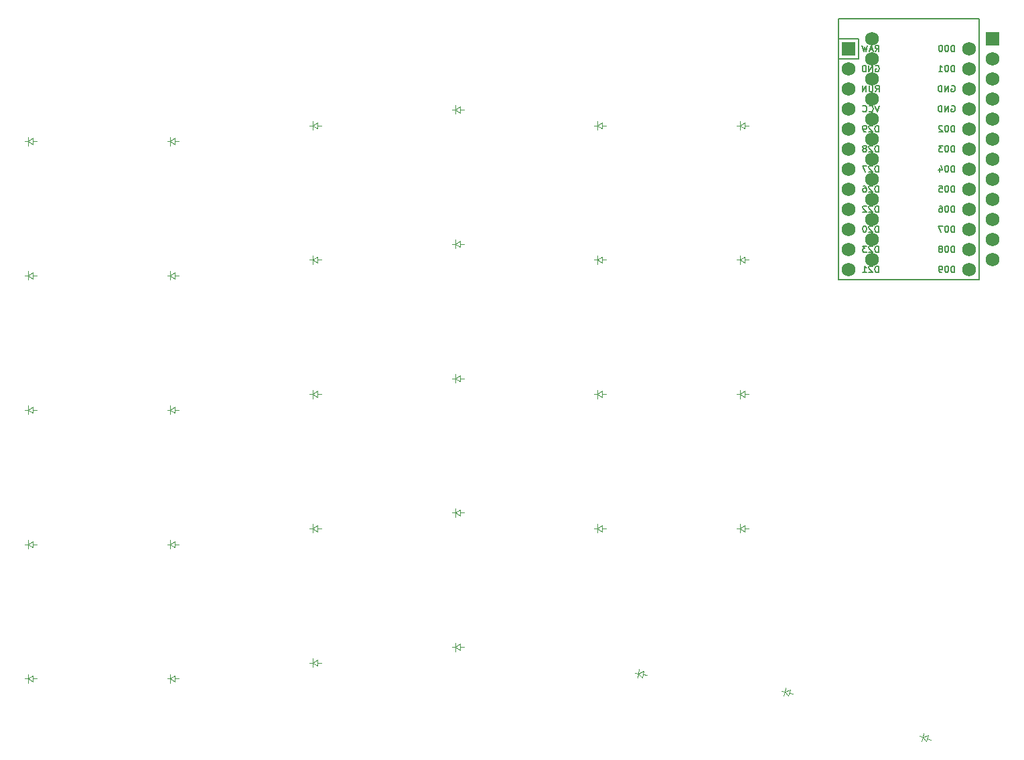
<source format=gbr>
%TF.GenerationSoftware,KiCad,Pcbnew,8.0.4*%
%TF.CreationDate,2024-10-05T17:03:56-04:00*%
%TF.ProjectId,mzizzi-split62,6d7a697a-7a69-42d7-9370-6c697436322e,v1.0.0*%
%TF.SameCoordinates,Original*%
%TF.FileFunction,Legend,Bot*%
%TF.FilePolarity,Positive*%
%FSLAX46Y46*%
G04 Gerber Fmt 4.6, Leading zero omitted, Abs format (unit mm)*
G04 Created by KiCad (PCBNEW 8.0.4) date 2024-10-05 17:03:56*
%MOMM*%
%LPD*%
G01*
G04 APERTURE LIST*
%ADD10C,0.150000*%
%ADD11C,0.100000*%
%ADD12R,1.752600X1.752600*%
%ADD13C,1.752600*%
G04 APERTURE END LIST*
D10*
X257171428Y-98502295D02*
X257171428Y-97702295D01*
X257171428Y-97702295D02*
X256980952Y-97702295D01*
X256980952Y-97702295D02*
X256866666Y-97740390D01*
X256866666Y-97740390D02*
X256790476Y-97816580D01*
X256790476Y-97816580D02*
X256752381Y-97892771D01*
X256752381Y-97892771D02*
X256714285Y-98045152D01*
X256714285Y-98045152D02*
X256714285Y-98159438D01*
X256714285Y-98159438D02*
X256752381Y-98311819D01*
X256752381Y-98311819D02*
X256790476Y-98388009D01*
X256790476Y-98388009D02*
X256866666Y-98464200D01*
X256866666Y-98464200D02*
X256980952Y-98502295D01*
X256980952Y-98502295D02*
X257171428Y-98502295D01*
X256409524Y-97778485D02*
X256371428Y-97740390D01*
X256371428Y-97740390D02*
X256295238Y-97702295D01*
X256295238Y-97702295D02*
X256104762Y-97702295D01*
X256104762Y-97702295D02*
X256028571Y-97740390D01*
X256028571Y-97740390D02*
X255990476Y-97778485D01*
X255990476Y-97778485D02*
X255952381Y-97854676D01*
X255952381Y-97854676D02*
X255952381Y-97930866D01*
X255952381Y-97930866D02*
X255990476Y-98045152D01*
X255990476Y-98045152D02*
X256447619Y-98502295D01*
X256447619Y-98502295D02*
X255952381Y-98502295D01*
X255457142Y-97702295D02*
X255380952Y-97702295D01*
X255380952Y-97702295D02*
X255304761Y-97740390D01*
X255304761Y-97740390D02*
X255266666Y-97778485D01*
X255266666Y-97778485D02*
X255228571Y-97854676D01*
X255228571Y-97854676D02*
X255190476Y-98007057D01*
X255190476Y-98007057D02*
X255190476Y-98197533D01*
X255190476Y-98197533D02*
X255228571Y-98349914D01*
X255228571Y-98349914D02*
X255266666Y-98426104D01*
X255266666Y-98426104D02*
X255304761Y-98464200D01*
X255304761Y-98464200D02*
X255380952Y-98502295D01*
X255380952Y-98502295D02*
X255457142Y-98502295D01*
X255457142Y-98502295D02*
X255533333Y-98464200D01*
X255533333Y-98464200D02*
X255571428Y-98426104D01*
X255571428Y-98426104D02*
X255609523Y-98349914D01*
X255609523Y-98349914D02*
X255647619Y-98197533D01*
X255647619Y-98197533D02*
X255647619Y-98007057D01*
X255647619Y-98007057D02*
X255609523Y-97854676D01*
X255609523Y-97854676D02*
X255571428Y-97778485D01*
X255571428Y-97778485D02*
X255533333Y-97740390D01*
X255533333Y-97740390D02*
X255457142Y-97702295D01*
X257171428Y-88342295D02*
X257171428Y-87542295D01*
X257171428Y-87542295D02*
X256980952Y-87542295D01*
X256980952Y-87542295D02*
X256866666Y-87580390D01*
X256866666Y-87580390D02*
X256790476Y-87656580D01*
X256790476Y-87656580D02*
X256752381Y-87732771D01*
X256752381Y-87732771D02*
X256714285Y-87885152D01*
X256714285Y-87885152D02*
X256714285Y-87999438D01*
X256714285Y-87999438D02*
X256752381Y-88151819D01*
X256752381Y-88151819D02*
X256790476Y-88228009D01*
X256790476Y-88228009D02*
X256866666Y-88304200D01*
X256866666Y-88304200D02*
X256980952Y-88342295D01*
X256980952Y-88342295D02*
X257171428Y-88342295D01*
X256409524Y-87618485D02*
X256371428Y-87580390D01*
X256371428Y-87580390D02*
X256295238Y-87542295D01*
X256295238Y-87542295D02*
X256104762Y-87542295D01*
X256104762Y-87542295D02*
X256028571Y-87580390D01*
X256028571Y-87580390D02*
X255990476Y-87618485D01*
X255990476Y-87618485D02*
X255952381Y-87694676D01*
X255952381Y-87694676D02*
X255952381Y-87770866D01*
X255952381Y-87770866D02*
X255990476Y-87885152D01*
X255990476Y-87885152D02*
X256447619Y-88342295D01*
X256447619Y-88342295D02*
X255952381Y-88342295D01*
X255495238Y-87885152D02*
X255571428Y-87847057D01*
X255571428Y-87847057D02*
X255609523Y-87808961D01*
X255609523Y-87808961D02*
X255647619Y-87732771D01*
X255647619Y-87732771D02*
X255647619Y-87694676D01*
X255647619Y-87694676D02*
X255609523Y-87618485D01*
X255609523Y-87618485D02*
X255571428Y-87580390D01*
X255571428Y-87580390D02*
X255495238Y-87542295D01*
X255495238Y-87542295D02*
X255342857Y-87542295D01*
X255342857Y-87542295D02*
X255266666Y-87580390D01*
X255266666Y-87580390D02*
X255228571Y-87618485D01*
X255228571Y-87618485D02*
X255190476Y-87694676D01*
X255190476Y-87694676D02*
X255190476Y-87732771D01*
X255190476Y-87732771D02*
X255228571Y-87808961D01*
X255228571Y-87808961D02*
X255266666Y-87847057D01*
X255266666Y-87847057D02*
X255342857Y-87885152D01*
X255342857Y-87885152D02*
X255495238Y-87885152D01*
X255495238Y-87885152D02*
X255571428Y-87923247D01*
X255571428Y-87923247D02*
X255609523Y-87961342D01*
X255609523Y-87961342D02*
X255647619Y-88037533D01*
X255647619Y-88037533D02*
X255647619Y-88189914D01*
X255647619Y-88189914D02*
X255609523Y-88266104D01*
X255609523Y-88266104D02*
X255571428Y-88304200D01*
X255571428Y-88304200D02*
X255495238Y-88342295D01*
X255495238Y-88342295D02*
X255342857Y-88342295D01*
X255342857Y-88342295D02*
X255266666Y-88304200D01*
X255266666Y-88304200D02*
X255228571Y-88266104D01*
X255228571Y-88266104D02*
X255190476Y-88189914D01*
X255190476Y-88189914D02*
X255190476Y-88037533D01*
X255190476Y-88037533D02*
X255228571Y-87961342D01*
X255228571Y-87961342D02*
X255266666Y-87923247D01*
X255266666Y-87923247D02*
X255342857Y-87885152D01*
X266771428Y-93422295D02*
X266771428Y-92622295D01*
X266771428Y-92622295D02*
X266580952Y-92622295D01*
X266580952Y-92622295D02*
X266466666Y-92660390D01*
X266466666Y-92660390D02*
X266390476Y-92736580D01*
X266390476Y-92736580D02*
X266352381Y-92812771D01*
X266352381Y-92812771D02*
X266314285Y-92965152D01*
X266314285Y-92965152D02*
X266314285Y-93079438D01*
X266314285Y-93079438D02*
X266352381Y-93231819D01*
X266352381Y-93231819D02*
X266390476Y-93308009D01*
X266390476Y-93308009D02*
X266466666Y-93384200D01*
X266466666Y-93384200D02*
X266580952Y-93422295D01*
X266580952Y-93422295D02*
X266771428Y-93422295D01*
X265819047Y-92622295D02*
X265742857Y-92622295D01*
X265742857Y-92622295D02*
X265666666Y-92660390D01*
X265666666Y-92660390D02*
X265628571Y-92698485D01*
X265628571Y-92698485D02*
X265590476Y-92774676D01*
X265590476Y-92774676D02*
X265552381Y-92927057D01*
X265552381Y-92927057D02*
X265552381Y-93117533D01*
X265552381Y-93117533D02*
X265590476Y-93269914D01*
X265590476Y-93269914D02*
X265628571Y-93346104D01*
X265628571Y-93346104D02*
X265666666Y-93384200D01*
X265666666Y-93384200D02*
X265742857Y-93422295D01*
X265742857Y-93422295D02*
X265819047Y-93422295D01*
X265819047Y-93422295D02*
X265895238Y-93384200D01*
X265895238Y-93384200D02*
X265933333Y-93346104D01*
X265933333Y-93346104D02*
X265971428Y-93269914D01*
X265971428Y-93269914D02*
X266009524Y-93117533D01*
X266009524Y-93117533D02*
X266009524Y-92927057D01*
X266009524Y-92927057D02*
X265971428Y-92774676D01*
X265971428Y-92774676D02*
X265933333Y-92698485D01*
X265933333Y-92698485D02*
X265895238Y-92660390D01*
X265895238Y-92660390D02*
X265819047Y-92622295D01*
X264828571Y-92622295D02*
X265209523Y-92622295D01*
X265209523Y-92622295D02*
X265247619Y-93003247D01*
X265247619Y-93003247D02*
X265209523Y-92965152D01*
X265209523Y-92965152D02*
X265133333Y-92927057D01*
X265133333Y-92927057D02*
X264942857Y-92927057D01*
X264942857Y-92927057D02*
X264866666Y-92965152D01*
X264866666Y-92965152D02*
X264828571Y-93003247D01*
X264828571Y-93003247D02*
X264790476Y-93079438D01*
X264790476Y-93079438D02*
X264790476Y-93269914D01*
X264790476Y-93269914D02*
X264828571Y-93346104D01*
X264828571Y-93346104D02*
X264866666Y-93384200D01*
X264866666Y-93384200D02*
X264942857Y-93422295D01*
X264942857Y-93422295D02*
X265133333Y-93422295D01*
X265133333Y-93422295D02*
X265209523Y-93384200D01*
X265209523Y-93384200D02*
X265247619Y-93346104D01*
X257171428Y-101042295D02*
X257171428Y-100242295D01*
X257171428Y-100242295D02*
X256980952Y-100242295D01*
X256980952Y-100242295D02*
X256866666Y-100280390D01*
X256866666Y-100280390D02*
X256790476Y-100356580D01*
X256790476Y-100356580D02*
X256752381Y-100432771D01*
X256752381Y-100432771D02*
X256714285Y-100585152D01*
X256714285Y-100585152D02*
X256714285Y-100699438D01*
X256714285Y-100699438D02*
X256752381Y-100851819D01*
X256752381Y-100851819D02*
X256790476Y-100928009D01*
X256790476Y-100928009D02*
X256866666Y-101004200D01*
X256866666Y-101004200D02*
X256980952Y-101042295D01*
X256980952Y-101042295D02*
X257171428Y-101042295D01*
X256409524Y-100318485D02*
X256371428Y-100280390D01*
X256371428Y-100280390D02*
X256295238Y-100242295D01*
X256295238Y-100242295D02*
X256104762Y-100242295D01*
X256104762Y-100242295D02*
X256028571Y-100280390D01*
X256028571Y-100280390D02*
X255990476Y-100318485D01*
X255990476Y-100318485D02*
X255952381Y-100394676D01*
X255952381Y-100394676D02*
X255952381Y-100470866D01*
X255952381Y-100470866D02*
X255990476Y-100585152D01*
X255990476Y-100585152D02*
X256447619Y-101042295D01*
X256447619Y-101042295D02*
X255952381Y-101042295D01*
X255685714Y-100242295D02*
X255190476Y-100242295D01*
X255190476Y-100242295D02*
X255457142Y-100547057D01*
X255457142Y-100547057D02*
X255342857Y-100547057D01*
X255342857Y-100547057D02*
X255266666Y-100585152D01*
X255266666Y-100585152D02*
X255228571Y-100623247D01*
X255228571Y-100623247D02*
X255190476Y-100699438D01*
X255190476Y-100699438D02*
X255190476Y-100889914D01*
X255190476Y-100889914D02*
X255228571Y-100966104D01*
X255228571Y-100966104D02*
X255266666Y-101004200D01*
X255266666Y-101004200D02*
X255342857Y-101042295D01*
X255342857Y-101042295D02*
X255571428Y-101042295D01*
X255571428Y-101042295D02*
X255647619Y-101004200D01*
X255647619Y-101004200D02*
X255685714Y-100966104D01*
X257171428Y-95962295D02*
X257171428Y-95162295D01*
X257171428Y-95162295D02*
X256980952Y-95162295D01*
X256980952Y-95162295D02*
X256866666Y-95200390D01*
X256866666Y-95200390D02*
X256790476Y-95276580D01*
X256790476Y-95276580D02*
X256752381Y-95352771D01*
X256752381Y-95352771D02*
X256714285Y-95505152D01*
X256714285Y-95505152D02*
X256714285Y-95619438D01*
X256714285Y-95619438D02*
X256752381Y-95771819D01*
X256752381Y-95771819D02*
X256790476Y-95848009D01*
X256790476Y-95848009D02*
X256866666Y-95924200D01*
X256866666Y-95924200D02*
X256980952Y-95962295D01*
X256980952Y-95962295D02*
X257171428Y-95962295D01*
X256409524Y-95238485D02*
X256371428Y-95200390D01*
X256371428Y-95200390D02*
X256295238Y-95162295D01*
X256295238Y-95162295D02*
X256104762Y-95162295D01*
X256104762Y-95162295D02*
X256028571Y-95200390D01*
X256028571Y-95200390D02*
X255990476Y-95238485D01*
X255990476Y-95238485D02*
X255952381Y-95314676D01*
X255952381Y-95314676D02*
X255952381Y-95390866D01*
X255952381Y-95390866D02*
X255990476Y-95505152D01*
X255990476Y-95505152D02*
X256447619Y-95962295D01*
X256447619Y-95962295D02*
X255952381Y-95962295D01*
X255647619Y-95238485D02*
X255609523Y-95200390D01*
X255609523Y-95200390D02*
X255533333Y-95162295D01*
X255533333Y-95162295D02*
X255342857Y-95162295D01*
X255342857Y-95162295D02*
X255266666Y-95200390D01*
X255266666Y-95200390D02*
X255228571Y-95238485D01*
X255228571Y-95238485D02*
X255190476Y-95314676D01*
X255190476Y-95314676D02*
X255190476Y-95390866D01*
X255190476Y-95390866D02*
X255228571Y-95505152D01*
X255228571Y-95505152D02*
X255685714Y-95962295D01*
X255685714Y-95962295D02*
X255190476Y-95962295D01*
X256790475Y-80722295D02*
X257057142Y-80341342D01*
X257247618Y-80722295D02*
X257247618Y-79922295D01*
X257247618Y-79922295D02*
X256942856Y-79922295D01*
X256942856Y-79922295D02*
X256866666Y-79960390D01*
X256866666Y-79960390D02*
X256828571Y-79998485D01*
X256828571Y-79998485D02*
X256790475Y-80074676D01*
X256790475Y-80074676D02*
X256790475Y-80188961D01*
X256790475Y-80188961D02*
X256828571Y-80265152D01*
X256828571Y-80265152D02*
X256866666Y-80303247D01*
X256866666Y-80303247D02*
X256942856Y-80341342D01*
X256942856Y-80341342D02*
X257247618Y-80341342D01*
X256447618Y-79922295D02*
X256447618Y-80569914D01*
X256447618Y-80569914D02*
X256409523Y-80646104D01*
X256409523Y-80646104D02*
X256371428Y-80684200D01*
X256371428Y-80684200D02*
X256295237Y-80722295D01*
X256295237Y-80722295D02*
X256142856Y-80722295D01*
X256142856Y-80722295D02*
X256066666Y-80684200D01*
X256066666Y-80684200D02*
X256028571Y-80646104D01*
X256028571Y-80646104D02*
X255990475Y-80569914D01*
X255990475Y-80569914D02*
X255990475Y-79922295D01*
X255609523Y-80722295D02*
X255609523Y-79922295D01*
X255609523Y-79922295D02*
X255152380Y-80722295D01*
X255152380Y-80722295D02*
X255152380Y-79922295D01*
X266771428Y-75642295D02*
X266771428Y-74842295D01*
X266771428Y-74842295D02*
X266580952Y-74842295D01*
X266580952Y-74842295D02*
X266466666Y-74880390D01*
X266466666Y-74880390D02*
X266390476Y-74956580D01*
X266390476Y-74956580D02*
X266352381Y-75032771D01*
X266352381Y-75032771D02*
X266314285Y-75185152D01*
X266314285Y-75185152D02*
X266314285Y-75299438D01*
X266314285Y-75299438D02*
X266352381Y-75451819D01*
X266352381Y-75451819D02*
X266390476Y-75528009D01*
X266390476Y-75528009D02*
X266466666Y-75604200D01*
X266466666Y-75604200D02*
X266580952Y-75642295D01*
X266580952Y-75642295D02*
X266771428Y-75642295D01*
X265819047Y-74842295D02*
X265742857Y-74842295D01*
X265742857Y-74842295D02*
X265666666Y-74880390D01*
X265666666Y-74880390D02*
X265628571Y-74918485D01*
X265628571Y-74918485D02*
X265590476Y-74994676D01*
X265590476Y-74994676D02*
X265552381Y-75147057D01*
X265552381Y-75147057D02*
X265552381Y-75337533D01*
X265552381Y-75337533D02*
X265590476Y-75489914D01*
X265590476Y-75489914D02*
X265628571Y-75566104D01*
X265628571Y-75566104D02*
X265666666Y-75604200D01*
X265666666Y-75604200D02*
X265742857Y-75642295D01*
X265742857Y-75642295D02*
X265819047Y-75642295D01*
X265819047Y-75642295D02*
X265895238Y-75604200D01*
X265895238Y-75604200D02*
X265933333Y-75566104D01*
X265933333Y-75566104D02*
X265971428Y-75489914D01*
X265971428Y-75489914D02*
X266009524Y-75337533D01*
X266009524Y-75337533D02*
X266009524Y-75147057D01*
X266009524Y-75147057D02*
X265971428Y-74994676D01*
X265971428Y-74994676D02*
X265933333Y-74918485D01*
X265933333Y-74918485D02*
X265895238Y-74880390D01*
X265895238Y-74880390D02*
X265819047Y-74842295D01*
X265057142Y-74842295D02*
X264980952Y-74842295D01*
X264980952Y-74842295D02*
X264904761Y-74880390D01*
X264904761Y-74880390D02*
X264866666Y-74918485D01*
X264866666Y-74918485D02*
X264828571Y-74994676D01*
X264828571Y-74994676D02*
X264790476Y-75147057D01*
X264790476Y-75147057D02*
X264790476Y-75337533D01*
X264790476Y-75337533D02*
X264828571Y-75489914D01*
X264828571Y-75489914D02*
X264866666Y-75566104D01*
X264866666Y-75566104D02*
X264904761Y-75604200D01*
X264904761Y-75604200D02*
X264980952Y-75642295D01*
X264980952Y-75642295D02*
X265057142Y-75642295D01*
X265057142Y-75642295D02*
X265133333Y-75604200D01*
X265133333Y-75604200D02*
X265171428Y-75566104D01*
X265171428Y-75566104D02*
X265209523Y-75489914D01*
X265209523Y-75489914D02*
X265247619Y-75337533D01*
X265247619Y-75337533D02*
X265247619Y-75147057D01*
X265247619Y-75147057D02*
X265209523Y-74994676D01*
X265209523Y-74994676D02*
X265171428Y-74918485D01*
X265171428Y-74918485D02*
X265133333Y-74880390D01*
X265133333Y-74880390D02*
X265057142Y-74842295D01*
X266771428Y-101042295D02*
X266771428Y-100242295D01*
X266771428Y-100242295D02*
X266580952Y-100242295D01*
X266580952Y-100242295D02*
X266466666Y-100280390D01*
X266466666Y-100280390D02*
X266390476Y-100356580D01*
X266390476Y-100356580D02*
X266352381Y-100432771D01*
X266352381Y-100432771D02*
X266314285Y-100585152D01*
X266314285Y-100585152D02*
X266314285Y-100699438D01*
X266314285Y-100699438D02*
X266352381Y-100851819D01*
X266352381Y-100851819D02*
X266390476Y-100928009D01*
X266390476Y-100928009D02*
X266466666Y-101004200D01*
X266466666Y-101004200D02*
X266580952Y-101042295D01*
X266580952Y-101042295D02*
X266771428Y-101042295D01*
X265819047Y-100242295D02*
X265742857Y-100242295D01*
X265742857Y-100242295D02*
X265666666Y-100280390D01*
X265666666Y-100280390D02*
X265628571Y-100318485D01*
X265628571Y-100318485D02*
X265590476Y-100394676D01*
X265590476Y-100394676D02*
X265552381Y-100547057D01*
X265552381Y-100547057D02*
X265552381Y-100737533D01*
X265552381Y-100737533D02*
X265590476Y-100889914D01*
X265590476Y-100889914D02*
X265628571Y-100966104D01*
X265628571Y-100966104D02*
X265666666Y-101004200D01*
X265666666Y-101004200D02*
X265742857Y-101042295D01*
X265742857Y-101042295D02*
X265819047Y-101042295D01*
X265819047Y-101042295D02*
X265895238Y-101004200D01*
X265895238Y-101004200D02*
X265933333Y-100966104D01*
X265933333Y-100966104D02*
X265971428Y-100889914D01*
X265971428Y-100889914D02*
X266009524Y-100737533D01*
X266009524Y-100737533D02*
X266009524Y-100547057D01*
X266009524Y-100547057D02*
X265971428Y-100394676D01*
X265971428Y-100394676D02*
X265933333Y-100318485D01*
X265933333Y-100318485D02*
X265895238Y-100280390D01*
X265895238Y-100280390D02*
X265819047Y-100242295D01*
X265095238Y-100585152D02*
X265171428Y-100547057D01*
X265171428Y-100547057D02*
X265209523Y-100508961D01*
X265209523Y-100508961D02*
X265247619Y-100432771D01*
X265247619Y-100432771D02*
X265247619Y-100394676D01*
X265247619Y-100394676D02*
X265209523Y-100318485D01*
X265209523Y-100318485D02*
X265171428Y-100280390D01*
X265171428Y-100280390D02*
X265095238Y-100242295D01*
X265095238Y-100242295D02*
X264942857Y-100242295D01*
X264942857Y-100242295D02*
X264866666Y-100280390D01*
X264866666Y-100280390D02*
X264828571Y-100318485D01*
X264828571Y-100318485D02*
X264790476Y-100394676D01*
X264790476Y-100394676D02*
X264790476Y-100432771D01*
X264790476Y-100432771D02*
X264828571Y-100508961D01*
X264828571Y-100508961D02*
X264866666Y-100547057D01*
X264866666Y-100547057D02*
X264942857Y-100585152D01*
X264942857Y-100585152D02*
X265095238Y-100585152D01*
X265095238Y-100585152D02*
X265171428Y-100623247D01*
X265171428Y-100623247D02*
X265209523Y-100661342D01*
X265209523Y-100661342D02*
X265247619Y-100737533D01*
X265247619Y-100737533D02*
X265247619Y-100889914D01*
X265247619Y-100889914D02*
X265209523Y-100966104D01*
X265209523Y-100966104D02*
X265171428Y-101004200D01*
X265171428Y-101004200D02*
X265095238Y-101042295D01*
X265095238Y-101042295D02*
X264942857Y-101042295D01*
X264942857Y-101042295D02*
X264866666Y-101004200D01*
X264866666Y-101004200D02*
X264828571Y-100966104D01*
X264828571Y-100966104D02*
X264790476Y-100889914D01*
X264790476Y-100889914D02*
X264790476Y-100737533D01*
X264790476Y-100737533D02*
X264828571Y-100661342D01*
X264828571Y-100661342D02*
X264866666Y-100623247D01*
X264866666Y-100623247D02*
X264942857Y-100585152D01*
X266771428Y-95962295D02*
X266771428Y-95162295D01*
X266771428Y-95162295D02*
X266580952Y-95162295D01*
X266580952Y-95162295D02*
X266466666Y-95200390D01*
X266466666Y-95200390D02*
X266390476Y-95276580D01*
X266390476Y-95276580D02*
X266352381Y-95352771D01*
X266352381Y-95352771D02*
X266314285Y-95505152D01*
X266314285Y-95505152D02*
X266314285Y-95619438D01*
X266314285Y-95619438D02*
X266352381Y-95771819D01*
X266352381Y-95771819D02*
X266390476Y-95848009D01*
X266390476Y-95848009D02*
X266466666Y-95924200D01*
X266466666Y-95924200D02*
X266580952Y-95962295D01*
X266580952Y-95962295D02*
X266771428Y-95962295D01*
X265819047Y-95162295D02*
X265742857Y-95162295D01*
X265742857Y-95162295D02*
X265666666Y-95200390D01*
X265666666Y-95200390D02*
X265628571Y-95238485D01*
X265628571Y-95238485D02*
X265590476Y-95314676D01*
X265590476Y-95314676D02*
X265552381Y-95467057D01*
X265552381Y-95467057D02*
X265552381Y-95657533D01*
X265552381Y-95657533D02*
X265590476Y-95809914D01*
X265590476Y-95809914D02*
X265628571Y-95886104D01*
X265628571Y-95886104D02*
X265666666Y-95924200D01*
X265666666Y-95924200D02*
X265742857Y-95962295D01*
X265742857Y-95962295D02*
X265819047Y-95962295D01*
X265819047Y-95962295D02*
X265895238Y-95924200D01*
X265895238Y-95924200D02*
X265933333Y-95886104D01*
X265933333Y-95886104D02*
X265971428Y-95809914D01*
X265971428Y-95809914D02*
X266009524Y-95657533D01*
X266009524Y-95657533D02*
X266009524Y-95467057D01*
X266009524Y-95467057D02*
X265971428Y-95314676D01*
X265971428Y-95314676D02*
X265933333Y-95238485D01*
X265933333Y-95238485D02*
X265895238Y-95200390D01*
X265895238Y-95200390D02*
X265819047Y-95162295D01*
X264866666Y-95162295D02*
X265019047Y-95162295D01*
X265019047Y-95162295D02*
X265095238Y-95200390D01*
X265095238Y-95200390D02*
X265133333Y-95238485D01*
X265133333Y-95238485D02*
X265209523Y-95352771D01*
X265209523Y-95352771D02*
X265247619Y-95505152D01*
X265247619Y-95505152D02*
X265247619Y-95809914D01*
X265247619Y-95809914D02*
X265209523Y-95886104D01*
X265209523Y-95886104D02*
X265171428Y-95924200D01*
X265171428Y-95924200D02*
X265095238Y-95962295D01*
X265095238Y-95962295D02*
X264942857Y-95962295D01*
X264942857Y-95962295D02*
X264866666Y-95924200D01*
X264866666Y-95924200D02*
X264828571Y-95886104D01*
X264828571Y-95886104D02*
X264790476Y-95809914D01*
X264790476Y-95809914D02*
X264790476Y-95619438D01*
X264790476Y-95619438D02*
X264828571Y-95543247D01*
X264828571Y-95543247D02*
X264866666Y-95505152D01*
X264866666Y-95505152D02*
X264942857Y-95467057D01*
X264942857Y-95467057D02*
X265095238Y-95467057D01*
X265095238Y-95467057D02*
X265171428Y-95505152D01*
X265171428Y-95505152D02*
X265209523Y-95543247D01*
X265209523Y-95543247D02*
X265247619Y-95619438D01*
X266771428Y-90882295D02*
X266771428Y-90082295D01*
X266771428Y-90082295D02*
X266580952Y-90082295D01*
X266580952Y-90082295D02*
X266466666Y-90120390D01*
X266466666Y-90120390D02*
X266390476Y-90196580D01*
X266390476Y-90196580D02*
X266352381Y-90272771D01*
X266352381Y-90272771D02*
X266314285Y-90425152D01*
X266314285Y-90425152D02*
X266314285Y-90539438D01*
X266314285Y-90539438D02*
X266352381Y-90691819D01*
X266352381Y-90691819D02*
X266390476Y-90768009D01*
X266390476Y-90768009D02*
X266466666Y-90844200D01*
X266466666Y-90844200D02*
X266580952Y-90882295D01*
X266580952Y-90882295D02*
X266771428Y-90882295D01*
X265819047Y-90082295D02*
X265742857Y-90082295D01*
X265742857Y-90082295D02*
X265666666Y-90120390D01*
X265666666Y-90120390D02*
X265628571Y-90158485D01*
X265628571Y-90158485D02*
X265590476Y-90234676D01*
X265590476Y-90234676D02*
X265552381Y-90387057D01*
X265552381Y-90387057D02*
X265552381Y-90577533D01*
X265552381Y-90577533D02*
X265590476Y-90729914D01*
X265590476Y-90729914D02*
X265628571Y-90806104D01*
X265628571Y-90806104D02*
X265666666Y-90844200D01*
X265666666Y-90844200D02*
X265742857Y-90882295D01*
X265742857Y-90882295D02*
X265819047Y-90882295D01*
X265819047Y-90882295D02*
X265895238Y-90844200D01*
X265895238Y-90844200D02*
X265933333Y-90806104D01*
X265933333Y-90806104D02*
X265971428Y-90729914D01*
X265971428Y-90729914D02*
X266009524Y-90577533D01*
X266009524Y-90577533D02*
X266009524Y-90387057D01*
X266009524Y-90387057D02*
X265971428Y-90234676D01*
X265971428Y-90234676D02*
X265933333Y-90158485D01*
X265933333Y-90158485D02*
X265895238Y-90120390D01*
X265895238Y-90120390D02*
X265819047Y-90082295D01*
X264866666Y-90348961D02*
X264866666Y-90882295D01*
X265057142Y-90044200D02*
X265247619Y-90615628D01*
X265247619Y-90615628D02*
X264752380Y-90615628D01*
X266409523Y-82500390D02*
X266485713Y-82462295D01*
X266485713Y-82462295D02*
X266599999Y-82462295D01*
X266599999Y-82462295D02*
X266714285Y-82500390D01*
X266714285Y-82500390D02*
X266790475Y-82576580D01*
X266790475Y-82576580D02*
X266828570Y-82652771D01*
X266828570Y-82652771D02*
X266866666Y-82805152D01*
X266866666Y-82805152D02*
X266866666Y-82919438D01*
X266866666Y-82919438D02*
X266828570Y-83071819D01*
X266828570Y-83071819D02*
X266790475Y-83148009D01*
X266790475Y-83148009D02*
X266714285Y-83224200D01*
X266714285Y-83224200D02*
X266599999Y-83262295D01*
X266599999Y-83262295D02*
X266523808Y-83262295D01*
X266523808Y-83262295D02*
X266409523Y-83224200D01*
X266409523Y-83224200D02*
X266371427Y-83186104D01*
X266371427Y-83186104D02*
X266371427Y-82919438D01*
X266371427Y-82919438D02*
X266523808Y-82919438D01*
X266028570Y-83262295D02*
X266028570Y-82462295D01*
X266028570Y-82462295D02*
X265571427Y-83262295D01*
X265571427Y-83262295D02*
X265571427Y-82462295D01*
X265190475Y-83262295D02*
X265190475Y-82462295D01*
X265190475Y-82462295D02*
X264999999Y-82462295D01*
X264999999Y-82462295D02*
X264885713Y-82500390D01*
X264885713Y-82500390D02*
X264809523Y-82576580D01*
X264809523Y-82576580D02*
X264771428Y-82652771D01*
X264771428Y-82652771D02*
X264733332Y-82805152D01*
X264733332Y-82805152D02*
X264733332Y-82919438D01*
X264733332Y-82919438D02*
X264771428Y-83071819D01*
X264771428Y-83071819D02*
X264809523Y-83148009D01*
X264809523Y-83148009D02*
X264885713Y-83224200D01*
X264885713Y-83224200D02*
X264999999Y-83262295D01*
X264999999Y-83262295D02*
X265190475Y-83262295D01*
X257266666Y-82462295D02*
X256999999Y-83262295D01*
X256999999Y-83262295D02*
X256733333Y-82462295D01*
X256009523Y-83186104D02*
X256047619Y-83224200D01*
X256047619Y-83224200D02*
X256161904Y-83262295D01*
X256161904Y-83262295D02*
X256238095Y-83262295D01*
X256238095Y-83262295D02*
X256352381Y-83224200D01*
X256352381Y-83224200D02*
X256428571Y-83148009D01*
X256428571Y-83148009D02*
X256466666Y-83071819D01*
X256466666Y-83071819D02*
X256504762Y-82919438D01*
X256504762Y-82919438D02*
X256504762Y-82805152D01*
X256504762Y-82805152D02*
X256466666Y-82652771D01*
X256466666Y-82652771D02*
X256428571Y-82576580D01*
X256428571Y-82576580D02*
X256352381Y-82500390D01*
X256352381Y-82500390D02*
X256238095Y-82462295D01*
X256238095Y-82462295D02*
X256161904Y-82462295D01*
X256161904Y-82462295D02*
X256047619Y-82500390D01*
X256047619Y-82500390D02*
X256009523Y-82538485D01*
X255209523Y-83186104D02*
X255247619Y-83224200D01*
X255247619Y-83224200D02*
X255361904Y-83262295D01*
X255361904Y-83262295D02*
X255438095Y-83262295D01*
X255438095Y-83262295D02*
X255552381Y-83224200D01*
X255552381Y-83224200D02*
X255628571Y-83148009D01*
X255628571Y-83148009D02*
X255666666Y-83071819D01*
X255666666Y-83071819D02*
X255704762Y-82919438D01*
X255704762Y-82919438D02*
X255704762Y-82805152D01*
X255704762Y-82805152D02*
X255666666Y-82652771D01*
X255666666Y-82652771D02*
X255628571Y-82576580D01*
X255628571Y-82576580D02*
X255552381Y-82500390D01*
X255552381Y-82500390D02*
X255438095Y-82462295D01*
X255438095Y-82462295D02*
X255361904Y-82462295D01*
X255361904Y-82462295D02*
X255247619Y-82500390D01*
X255247619Y-82500390D02*
X255209523Y-82538485D01*
X266771428Y-78182295D02*
X266771428Y-77382295D01*
X266771428Y-77382295D02*
X266580952Y-77382295D01*
X266580952Y-77382295D02*
X266466666Y-77420390D01*
X266466666Y-77420390D02*
X266390476Y-77496580D01*
X266390476Y-77496580D02*
X266352381Y-77572771D01*
X266352381Y-77572771D02*
X266314285Y-77725152D01*
X266314285Y-77725152D02*
X266314285Y-77839438D01*
X266314285Y-77839438D02*
X266352381Y-77991819D01*
X266352381Y-77991819D02*
X266390476Y-78068009D01*
X266390476Y-78068009D02*
X266466666Y-78144200D01*
X266466666Y-78144200D02*
X266580952Y-78182295D01*
X266580952Y-78182295D02*
X266771428Y-78182295D01*
X265819047Y-77382295D02*
X265742857Y-77382295D01*
X265742857Y-77382295D02*
X265666666Y-77420390D01*
X265666666Y-77420390D02*
X265628571Y-77458485D01*
X265628571Y-77458485D02*
X265590476Y-77534676D01*
X265590476Y-77534676D02*
X265552381Y-77687057D01*
X265552381Y-77687057D02*
X265552381Y-77877533D01*
X265552381Y-77877533D02*
X265590476Y-78029914D01*
X265590476Y-78029914D02*
X265628571Y-78106104D01*
X265628571Y-78106104D02*
X265666666Y-78144200D01*
X265666666Y-78144200D02*
X265742857Y-78182295D01*
X265742857Y-78182295D02*
X265819047Y-78182295D01*
X265819047Y-78182295D02*
X265895238Y-78144200D01*
X265895238Y-78144200D02*
X265933333Y-78106104D01*
X265933333Y-78106104D02*
X265971428Y-78029914D01*
X265971428Y-78029914D02*
X266009524Y-77877533D01*
X266009524Y-77877533D02*
X266009524Y-77687057D01*
X266009524Y-77687057D02*
X265971428Y-77534676D01*
X265971428Y-77534676D02*
X265933333Y-77458485D01*
X265933333Y-77458485D02*
X265895238Y-77420390D01*
X265895238Y-77420390D02*
X265819047Y-77382295D01*
X264790476Y-78182295D02*
X265247619Y-78182295D01*
X265019047Y-78182295D02*
X265019047Y-77382295D01*
X265019047Y-77382295D02*
X265095238Y-77496580D01*
X265095238Y-77496580D02*
X265171428Y-77572771D01*
X265171428Y-77572771D02*
X265247619Y-77610866D01*
X256809523Y-77420390D02*
X256885713Y-77382295D01*
X256885713Y-77382295D02*
X256999999Y-77382295D01*
X256999999Y-77382295D02*
X257114285Y-77420390D01*
X257114285Y-77420390D02*
X257190475Y-77496580D01*
X257190475Y-77496580D02*
X257228570Y-77572771D01*
X257228570Y-77572771D02*
X257266666Y-77725152D01*
X257266666Y-77725152D02*
X257266666Y-77839438D01*
X257266666Y-77839438D02*
X257228570Y-77991819D01*
X257228570Y-77991819D02*
X257190475Y-78068009D01*
X257190475Y-78068009D02*
X257114285Y-78144200D01*
X257114285Y-78144200D02*
X256999999Y-78182295D01*
X256999999Y-78182295D02*
X256923808Y-78182295D01*
X256923808Y-78182295D02*
X256809523Y-78144200D01*
X256809523Y-78144200D02*
X256771427Y-78106104D01*
X256771427Y-78106104D02*
X256771427Y-77839438D01*
X256771427Y-77839438D02*
X256923808Y-77839438D01*
X256428570Y-78182295D02*
X256428570Y-77382295D01*
X256428570Y-77382295D02*
X255971427Y-78182295D01*
X255971427Y-78182295D02*
X255971427Y-77382295D01*
X255590475Y-78182295D02*
X255590475Y-77382295D01*
X255590475Y-77382295D02*
X255399999Y-77382295D01*
X255399999Y-77382295D02*
X255285713Y-77420390D01*
X255285713Y-77420390D02*
X255209523Y-77496580D01*
X255209523Y-77496580D02*
X255171428Y-77572771D01*
X255171428Y-77572771D02*
X255133332Y-77725152D01*
X255133332Y-77725152D02*
X255133332Y-77839438D01*
X255133332Y-77839438D02*
X255171428Y-77991819D01*
X255171428Y-77991819D02*
X255209523Y-78068009D01*
X255209523Y-78068009D02*
X255285713Y-78144200D01*
X255285713Y-78144200D02*
X255399999Y-78182295D01*
X255399999Y-78182295D02*
X255590475Y-78182295D01*
X257171428Y-90882295D02*
X257171428Y-90082295D01*
X257171428Y-90082295D02*
X256980952Y-90082295D01*
X256980952Y-90082295D02*
X256866666Y-90120390D01*
X256866666Y-90120390D02*
X256790476Y-90196580D01*
X256790476Y-90196580D02*
X256752381Y-90272771D01*
X256752381Y-90272771D02*
X256714285Y-90425152D01*
X256714285Y-90425152D02*
X256714285Y-90539438D01*
X256714285Y-90539438D02*
X256752381Y-90691819D01*
X256752381Y-90691819D02*
X256790476Y-90768009D01*
X256790476Y-90768009D02*
X256866666Y-90844200D01*
X256866666Y-90844200D02*
X256980952Y-90882295D01*
X256980952Y-90882295D02*
X257171428Y-90882295D01*
X256409524Y-90158485D02*
X256371428Y-90120390D01*
X256371428Y-90120390D02*
X256295238Y-90082295D01*
X256295238Y-90082295D02*
X256104762Y-90082295D01*
X256104762Y-90082295D02*
X256028571Y-90120390D01*
X256028571Y-90120390D02*
X255990476Y-90158485D01*
X255990476Y-90158485D02*
X255952381Y-90234676D01*
X255952381Y-90234676D02*
X255952381Y-90310866D01*
X255952381Y-90310866D02*
X255990476Y-90425152D01*
X255990476Y-90425152D02*
X256447619Y-90882295D01*
X256447619Y-90882295D02*
X255952381Y-90882295D01*
X255685714Y-90082295D02*
X255152380Y-90082295D01*
X255152380Y-90082295D02*
X255495238Y-90882295D01*
X266771428Y-88342295D02*
X266771428Y-87542295D01*
X266771428Y-87542295D02*
X266580952Y-87542295D01*
X266580952Y-87542295D02*
X266466666Y-87580390D01*
X266466666Y-87580390D02*
X266390476Y-87656580D01*
X266390476Y-87656580D02*
X266352381Y-87732771D01*
X266352381Y-87732771D02*
X266314285Y-87885152D01*
X266314285Y-87885152D02*
X266314285Y-87999438D01*
X266314285Y-87999438D02*
X266352381Y-88151819D01*
X266352381Y-88151819D02*
X266390476Y-88228009D01*
X266390476Y-88228009D02*
X266466666Y-88304200D01*
X266466666Y-88304200D02*
X266580952Y-88342295D01*
X266580952Y-88342295D02*
X266771428Y-88342295D01*
X265819047Y-87542295D02*
X265742857Y-87542295D01*
X265742857Y-87542295D02*
X265666666Y-87580390D01*
X265666666Y-87580390D02*
X265628571Y-87618485D01*
X265628571Y-87618485D02*
X265590476Y-87694676D01*
X265590476Y-87694676D02*
X265552381Y-87847057D01*
X265552381Y-87847057D02*
X265552381Y-88037533D01*
X265552381Y-88037533D02*
X265590476Y-88189914D01*
X265590476Y-88189914D02*
X265628571Y-88266104D01*
X265628571Y-88266104D02*
X265666666Y-88304200D01*
X265666666Y-88304200D02*
X265742857Y-88342295D01*
X265742857Y-88342295D02*
X265819047Y-88342295D01*
X265819047Y-88342295D02*
X265895238Y-88304200D01*
X265895238Y-88304200D02*
X265933333Y-88266104D01*
X265933333Y-88266104D02*
X265971428Y-88189914D01*
X265971428Y-88189914D02*
X266009524Y-88037533D01*
X266009524Y-88037533D02*
X266009524Y-87847057D01*
X266009524Y-87847057D02*
X265971428Y-87694676D01*
X265971428Y-87694676D02*
X265933333Y-87618485D01*
X265933333Y-87618485D02*
X265895238Y-87580390D01*
X265895238Y-87580390D02*
X265819047Y-87542295D01*
X265285714Y-87542295D02*
X264790476Y-87542295D01*
X264790476Y-87542295D02*
X265057142Y-87847057D01*
X265057142Y-87847057D02*
X264942857Y-87847057D01*
X264942857Y-87847057D02*
X264866666Y-87885152D01*
X264866666Y-87885152D02*
X264828571Y-87923247D01*
X264828571Y-87923247D02*
X264790476Y-87999438D01*
X264790476Y-87999438D02*
X264790476Y-88189914D01*
X264790476Y-88189914D02*
X264828571Y-88266104D01*
X264828571Y-88266104D02*
X264866666Y-88304200D01*
X264866666Y-88304200D02*
X264942857Y-88342295D01*
X264942857Y-88342295D02*
X265171428Y-88342295D01*
X265171428Y-88342295D02*
X265247619Y-88304200D01*
X265247619Y-88304200D02*
X265285714Y-88266104D01*
X266409523Y-79960390D02*
X266485713Y-79922295D01*
X266485713Y-79922295D02*
X266599999Y-79922295D01*
X266599999Y-79922295D02*
X266714285Y-79960390D01*
X266714285Y-79960390D02*
X266790475Y-80036580D01*
X266790475Y-80036580D02*
X266828570Y-80112771D01*
X266828570Y-80112771D02*
X266866666Y-80265152D01*
X266866666Y-80265152D02*
X266866666Y-80379438D01*
X266866666Y-80379438D02*
X266828570Y-80531819D01*
X266828570Y-80531819D02*
X266790475Y-80608009D01*
X266790475Y-80608009D02*
X266714285Y-80684200D01*
X266714285Y-80684200D02*
X266599999Y-80722295D01*
X266599999Y-80722295D02*
X266523808Y-80722295D01*
X266523808Y-80722295D02*
X266409523Y-80684200D01*
X266409523Y-80684200D02*
X266371427Y-80646104D01*
X266371427Y-80646104D02*
X266371427Y-80379438D01*
X266371427Y-80379438D02*
X266523808Y-80379438D01*
X266028570Y-80722295D02*
X266028570Y-79922295D01*
X266028570Y-79922295D02*
X265571427Y-80722295D01*
X265571427Y-80722295D02*
X265571427Y-79922295D01*
X265190475Y-80722295D02*
X265190475Y-79922295D01*
X265190475Y-79922295D02*
X264999999Y-79922295D01*
X264999999Y-79922295D02*
X264885713Y-79960390D01*
X264885713Y-79960390D02*
X264809523Y-80036580D01*
X264809523Y-80036580D02*
X264771428Y-80112771D01*
X264771428Y-80112771D02*
X264733332Y-80265152D01*
X264733332Y-80265152D02*
X264733332Y-80379438D01*
X264733332Y-80379438D02*
X264771428Y-80531819D01*
X264771428Y-80531819D02*
X264809523Y-80608009D01*
X264809523Y-80608009D02*
X264885713Y-80684200D01*
X264885713Y-80684200D02*
X264999999Y-80722295D01*
X264999999Y-80722295D02*
X265190475Y-80722295D01*
X257171428Y-85802295D02*
X257171428Y-85002295D01*
X257171428Y-85002295D02*
X256980952Y-85002295D01*
X256980952Y-85002295D02*
X256866666Y-85040390D01*
X256866666Y-85040390D02*
X256790476Y-85116580D01*
X256790476Y-85116580D02*
X256752381Y-85192771D01*
X256752381Y-85192771D02*
X256714285Y-85345152D01*
X256714285Y-85345152D02*
X256714285Y-85459438D01*
X256714285Y-85459438D02*
X256752381Y-85611819D01*
X256752381Y-85611819D02*
X256790476Y-85688009D01*
X256790476Y-85688009D02*
X256866666Y-85764200D01*
X256866666Y-85764200D02*
X256980952Y-85802295D01*
X256980952Y-85802295D02*
X257171428Y-85802295D01*
X256409524Y-85078485D02*
X256371428Y-85040390D01*
X256371428Y-85040390D02*
X256295238Y-85002295D01*
X256295238Y-85002295D02*
X256104762Y-85002295D01*
X256104762Y-85002295D02*
X256028571Y-85040390D01*
X256028571Y-85040390D02*
X255990476Y-85078485D01*
X255990476Y-85078485D02*
X255952381Y-85154676D01*
X255952381Y-85154676D02*
X255952381Y-85230866D01*
X255952381Y-85230866D02*
X255990476Y-85345152D01*
X255990476Y-85345152D02*
X256447619Y-85802295D01*
X256447619Y-85802295D02*
X255952381Y-85802295D01*
X255571428Y-85802295D02*
X255419047Y-85802295D01*
X255419047Y-85802295D02*
X255342857Y-85764200D01*
X255342857Y-85764200D02*
X255304761Y-85726104D01*
X255304761Y-85726104D02*
X255228571Y-85611819D01*
X255228571Y-85611819D02*
X255190476Y-85459438D01*
X255190476Y-85459438D02*
X255190476Y-85154676D01*
X255190476Y-85154676D02*
X255228571Y-85078485D01*
X255228571Y-85078485D02*
X255266666Y-85040390D01*
X255266666Y-85040390D02*
X255342857Y-85002295D01*
X255342857Y-85002295D02*
X255495238Y-85002295D01*
X255495238Y-85002295D02*
X255571428Y-85040390D01*
X255571428Y-85040390D02*
X255609523Y-85078485D01*
X255609523Y-85078485D02*
X255647619Y-85154676D01*
X255647619Y-85154676D02*
X255647619Y-85345152D01*
X255647619Y-85345152D02*
X255609523Y-85421342D01*
X255609523Y-85421342D02*
X255571428Y-85459438D01*
X255571428Y-85459438D02*
X255495238Y-85497533D01*
X255495238Y-85497533D02*
X255342857Y-85497533D01*
X255342857Y-85497533D02*
X255266666Y-85459438D01*
X255266666Y-85459438D02*
X255228571Y-85421342D01*
X255228571Y-85421342D02*
X255190476Y-85345152D01*
X257171428Y-103582295D02*
X257171428Y-102782295D01*
X257171428Y-102782295D02*
X256980952Y-102782295D01*
X256980952Y-102782295D02*
X256866666Y-102820390D01*
X256866666Y-102820390D02*
X256790476Y-102896580D01*
X256790476Y-102896580D02*
X256752381Y-102972771D01*
X256752381Y-102972771D02*
X256714285Y-103125152D01*
X256714285Y-103125152D02*
X256714285Y-103239438D01*
X256714285Y-103239438D02*
X256752381Y-103391819D01*
X256752381Y-103391819D02*
X256790476Y-103468009D01*
X256790476Y-103468009D02*
X256866666Y-103544200D01*
X256866666Y-103544200D02*
X256980952Y-103582295D01*
X256980952Y-103582295D02*
X257171428Y-103582295D01*
X256409524Y-102858485D02*
X256371428Y-102820390D01*
X256371428Y-102820390D02*
X256295238Y-102782295D01*
X256295238Y-102782295D02*
X256104762Y-102782295D01*
X256104762Y-102782295D02*
X256028571Y-102820390D01*
X256028571Y-102820390D02*
X255990476Y-102858485D01*
X255990476Y-102858485D02*
X255952381Y-102934676D01*
X255952381Y-102934676D02*
X255952381Y-103010866D01*
X255952381Y-103010866D02*
X255990476Y-103125152D01*
X255990476Y-103125152D02*
X256447619Y-103582295D01*
X256447619Y-103582295D02*
X255952381Y-103582295D01*
X255190476Y-103582295D02*
X255647619Y-103582295D01*
X255419047Y-103582295D02*
X255419047Y-102782295D01*
X255419047Y-102782295D02*
X255495238Y-102896580D01*
X255495238Y-102896580D02*
X255571428Y-102972771D01*
X255571428Y-102972771D02*
X255647619Y-103010866D01*
X257171428Y-93422295D02*
X257171428Y-92622295D01*
X257171428Y-92622295D02*
X256980952Y-92622295D01*
X256980952Y-92622295D02*
X256866666Y-92660390D01*
X256866666Y-92660390D02*
X256790476Y-92736580D01*
X256790476Y-92736580D02*
X256752381Y-92812771D01*
X256752381Y-92812771D02*
X256714285Y-92965152D01*
X256714285Y-92965152D02*
X256714285Y-93079438D01*
X256714285Y-93079438D02*
X256752381Y-93231819D01*
X256752381Y-93231819D02*
X256790476Y-93308009D01*
X256790476Y-93308009D02*
X256866666Y-93384200D01*
X256866666Y-93384200D02*
X256980952Y-93422295D01*
X256980952Y-93422295D02*
X257171428Y-93422295D01*
X256409524Y-92698485D02*
X256371428Y-92660390D01*
X256371428Y-92660390D02*
X256295238Y-92622295D01*
X256295238Y-92622295D02*
X256104762Y-92622295D01*
X256104762Y-92622295D02*
X256028571Y-92660390D01*
X256028571Y-92660390D02*
X255990476Y-92698485D01*
X255990476Y-92698485D02*
X255952381Y-92774676D01*
X255952381Y-92774676D02*
X255952381Y-92850866D01*
X255952381Y-92850866D02*
X255990476Y-92965152D01*
X255990476Y-92965152D02*
X256447619Y-93422295D01*
X256447619Y-93422295D02*
X255952381Y-93422295D01*
X255266666Y-92622295D02*
X255419047Y-92622295D01*
X255419047Y-92622295D02*
X255495238Y-92660390D01*
X255495238Y-92660390D02*
X255533333Y-92698485D01*
X255533333Y-92698485D02*
X255609523Y-92812771D01*
X255609523Y-92812771D02*
X255647619Y-92965152D01*
X255647619Y-92965152D02*
X255647619Y-93269914D01*
X255647619Y-93269914D02*
X255609523Y-93346104D01*
X255609523Y-93346104D02*
X255571428Y-93384200D01*
X255571428Y-93384200D02*
X255495238Y-93422295D01*
X255495238Y-93422295D02*
X255342857Y-93422295D01*
X255342857Y-93422295D02*
X255266666Y-93384200D01*
X255266666Y-93384200D02*
X255228571Y-93346104D01*
X255228571Y-93346104D02*
X255190476Y-93269914D01*
X255190476Y-93269914D02*
X255190476Y-93079438D01*
X255190476Y-93079438D02*
X255228571Y-93003247D01*
X255228571Y-93003247D02*
X255266666Y-92965152D01*
X255266666Y-92965152D02*
X255342857Y-92927057D01*
X255342857Y-92927057D02*
X255495238Y-92927057D01*
X255495238Y-92927057D02*
X255571428Y-92965152D01*
X255571428Y-92965152D02*
X255609523Y-93003247D01*
X255609523Y-93003247D02*
X255647619Y-93079438D01*
X266771428Y-98502295D02*
X266771428Y-97702295D01*
X266771428Y-97702295D02*
X266580952Y-97702295D01*
X266580952Y-97702295D02*
X266466666Y-97740390D01*
X266466666Y-97740390D02*
X266390476Y-97816580D01*
X266390476Y-97816580D02*
X266352381Y-97892771D01*
X266352381Y-97892771D02*
X266314285Y-98045152D01*
X266314285Y-98045152D02*
X266314285Y-98159438D01*
X266314285Y-98159438D02*
X266352381Y-98311819D01*
X266352381Y-98311819D02*
X266390476Y-98388009D01*
X266390476Y-98388009D02*
X266466666Y-98464200D01*
X266466666Y-98464200D02*
X266580952Y-98502295D01*
X266580952Y-98502295D02*
X266771428Y-98502295D01*
X265819047Y-97702295D02*
X265742857Y-97702295D01*
X265742857Y-97702295D02*
X265666666Y-97740390D01*
X265666666Y-97740390D02*
X265628571Y-97778485D01*
X265628571Y-97778485D02*
X265590476Y-97854676D01*
X265590476Y-97854676D02*
X265552381Y-98007057D01*
X265552381Y-98007057D02*
X265552381Y-98197533D01*
X265552381Y-98197533D02*
X265590476Y-98349914D01*
X265590476Y-98349914D02*
X265628571Y-98426104D01*
X265628571Y-98426104D02*
X265666666Y-98464200D01*
X265666666Y-98464200D02*
X265742857Y-98502295D01*
X265742857Y-98502295D02*
X265819047Y-98502295D01*
X265819047Y-98502295D02*
X265895238Y-98464200D01*
X265895238Y-98464200D02*
X265933333Y-98426104D01*
X265933333Y-98426104D02*
X265971428Y-98349914D01*
X265971428Y-98349914D02*
X266009524Y-98197533D01*
X266009524Y-98197533D02*
X266009524Y-98007057D01*
X266009524Y-98007057D02*
X265971428Y-97854676D01*
X265971428Y-97854676D02*
X265933333Y-97778485D01*
X265933333Y-97778485D02*
X265895238Y-97740390D01*
X265895238Y-97740390D02*
X265819047Y-97702295D01*
X265285714Y-97702295D02*
X264752380Y-97702295D01*
X264752380Y-97702295D02*
X265095238Y-98502295D01*
X266771428Y-85802295D02*
X266771428Y-85002295D01*
X266771428Y-85002295D02*
X266580952Y-85002295D01*
X266580952Y-85002295D02*
X266466666Y-85040390D01*
X266466666Y-85040390D02*
X266390476Y-85116580D01*
X266390476Y-85116580D02*
X266352381Y-85192771D01*
X266352381Y-85192771D02*
X266314285Y-85345152D01*
X266314285Y-85345152D02*
X266314285Y-85459438D01*
X266314285Y-85459438D02*
X266352381Y-85611819D01*
X266352381Y-85611819D02*
X266390476Y-85688009D01*
X266390476Y-85688009D02*
X266466666Y-85764200D01*
X266466666Y-85764200D02*
X266580952Y-85802295D01*
X266580952Y-85802295D02*
X266771428Y-85802295D01*
X265819047Y-85002295D02*
X265742857Y-85002295D01*
X265742857Y-85002295D02*
X265666666Y-85040390D01*
X265666666Y-85040390D02*
X265628571Y-85078485D01*
X265628571Y-85078485D02*
X265590476Y-85154676D01*
X265590476Y-85154676D02*
X265552381Y-85307057D01*
X265552381Y-85307057D02*
X265552381Y-85497533D01*
X265552381Y-85497533D02*
X265590476Y-85649914D01*
X265590476Y-85649914D02*
X265628571Y-85726104D01*
X265628571Y-85726104D02*
X265666666Y-85764200D01*
X265666666Y-85764200D02*
X265742857Y-85802295D01*
X265742857Y-85802295D02*
X265819047Y-85802295D01*
X265819047Y-85802295D02*
X265895238Y-85764200D01*
X265895238Y-85764200D02*
X265933333Y-85726104D01*
X265933333Y-85726104D02*
X265971428Y-85649914D01*
X265971428Y-85649914D02*
X266009524Y-85497533D01*
X266009524Y-85497533D02*
X266009524Y-85307057D01*
X266009524Y-85307057D02*
X265971428Y-85154676D01*
X265971428Y-85154676D02*
X265933333Y-85078485D01*
X265933333Y-85078485D02*
X265895238Y-85040390D01*
X265895238Y-85040390D02*
X265819047Y-85002295D01*
X265247619Y-85078485D02*
X265209523Y-85040390D01*
X265209523Y-85040390D02*
X265133333Y-85002295D01*
X265133333Y-85002295D02*
X264942857Y-85002295D01*
X264942857Y-85002295D02*
X264866666Y-85040390D01*
X264866666Y-85040390D02*
X264828571Y-85078485D01*
X264828571Y-85078485D02*
X264790476Y-85154676D01*
X264790476Y-85154676D02*
X264790476Y-85230866D01*
X264790476Y-85230866D02*
X264828571Y-85345152D01*
X264828571Y-85345152D02*
X265285714Y-85802295D01*
X265285714Y-85802295D02*
X264790476Y-85802295D01*
X266771428Y-103582295D02*
X266771428Y-102782295D01*
X266771428Y-102782295D02*
X266580952Y-102782295D01*
X266580952Y-102782295D02*
X266466666Y-102820390D01*
X266466666Y-102820390D02*
X266390476Y-102896580D01*
X266390476Y-102896580D02*
X266352381Y-102972771D01*
X266352381Y-102972771D02*
X266314285Y-103125152D01*
X266314285Y-103125152D02*
X266314285Y-103239438D01*
X266314285Y-103239438D02*
X266352381Y-103391819D01*
X266352381Y-103391819D02*
X266390476Y-103468009D01*
X266390476Y-103468009D02*
X266466666Y-103544200D01*
X266466666Y-103544200D02*
X266580952Y-103582295D01*
X266580952Y-103582295D02*
X266771428Y-103582295D01*
X265819047Y-102782295D02*
X265742857Y-102782295D01*
X265742857Y-102782295D02*
X265666666Y-102820390D01*
X265666666Y-102820390D02*
X265628571Y-102858485D01*
X265628571Y-102858485D02*
X265590476Y-102934676D01*
X265590476Y-102934676D02*
X265552381Y-103087057D01*
X265552381Y-103087057D02*
X265552381Y-103277533D01*
X265552381Y-103277533D02*
X265590476Y-103429914D01*
X265590476Y-103429914D02*
X265628571Y-103506104D01*
X265628571Y-103506104D02*
X265666666Y-103544200D01*
X265666666Y-103544200D02*
X265742857Y-103582295D01*
X265742857Y-103582295D02*
X265819047Y-103582295D01*
X265819047Y-103582295D02*
X265895238Y-103544200D01*
X265895238Y-103544200D02*
X265933333Y-103506104D01*
X265933333Y-103506104D02*
X265971428Y-103429914D01*
X265971428Y-103429914D02*
X266009524Y-103277533D01*
X266009524Y-103277533D02*
X266009524Y-103087057D01*
X266009524Y-103087057D02*
X265971428Y-102934676D01*
X265971428Y-102934676D02*
X265933333Y-102858485D01*
X265933333Y-102858485D02*
X265895238Y-102820390D01*
X265895238Y-102820390D02*
X265819047Y-102782295D01*
X265171428Y-103582295D02*
X265019047Y-103582295D01*
X265019047Y-103582295D02*
X264942857Y-103544200D01*
X264942857Y-103544200D02*
X264904761Y-103506104D01*
X264904761Y-103506104D02*
X264828571Y-103391819D01*
X264828571Y-103391819D02*
X264790476Y-103239438D01*
X264790476Y-103239438D02*
X264790476Y-102934676D01*
X264790476Y-102934676D02*
X264828571Y-102858485D01*
X264828571Y-102858485D02*
X264866666Y-102820390D01*
X264866666Y-102820390D02*
X264942857Y-102782295D01*
X264942857Y-102782295D02*
X265095238Y-102782295D01*
X265095238Y-102782295D02*
X265171428Y-102820390D01*
X265171428Y-102820390D02*
X265209523Y-102858485D01*
X265209523Y-102858485D02*
X265247619Y-102934676D01*
X265247619Y-102934676D02*
X265247619Y-103125152D01*
X265247619Y-103125152D02*
X265209523Y-103201342D01*
X265209523Y-103201342D02*
X265171428Y-103239438D01*
X265171428Y-103239438D02*
X265095238Y-103277533D01*
X265095238Y-103277533D02*
X264942857Y-103277533D01*
X264942857Y-103277533D02*
X264866666Y-103239438D01*
X264866666Y-103239438D02*
X264828571Y-103201342D01*
X264828571Y-103201342D02*
X264790476Y-103125152D01*
X256752380Y-75642295D02*
X257019047Y-75261342D01*
X257209523Y-75642295D02*
X257209523Y-74842295D01*
X257209523Y-74842295D02*
X256904761Y-74842295D01*
X256904761Y-74842295D02*
X256828571Y-74880390D01*
X256828571Y-74880390D02*
X256790476Y-74918485D01*
X256790476Y-74918485D02*
X256752380Y-74994676D01*
X256752380Y-74994676D02*
X256752380Y-75108961D01*
X256752380Y-75108961D02*
X256790476Y-75185152D01*
X256790476Y-75185152D02*
X256828571Y-75223247D01*
X256828571Y-75223247D02*
X256904761Y-75261342D01*
X256904761Y-75261342D02*
X257209523Y-75261342D01*
X256447619Y-75413723D02*
X256066666Y-75413723D01*
X256523809Y-75642295D02*
X256257142Y-74842295D01*
X256257142Y-74842295D02*
X255990476Y-75642295D01*
X255800000Y-74842295D02*
X255609524Y-75642295D01*
X255609524Y-75642295D02*
X255457143Y-75070866D01*
X255457143Y-75070866D02*
X255304762Y-75642295D01*
X255304762Y-75642295D02*
X255114286Y-74842295D01*
D11*
%TO.C,D23*%
X221250000Y-102000000D02*
X221650000Y-102000000D01*
X221650000Y-102000000D02*
X221650000Y-101450000D01*
X221650000Y-102000000D02*
X221650000Y-102550000D01*
X221650000Y-102000000D02*
X222250000Y-101600000D01*
X222250000Y-101600000D02*
X222250000Y-102400000D01*
X222250000Y-102000000D02*
X222750000Y-102000000D01*
X222250000Y-102400000D02*
X221650000Y-102000000D01*
%TO.C,D9*%
X167250000Y-104000000D02*
X167650000Y-104000000D01*
X167650000Y-104000000D02*
X167650000Y-103450000D01*
X167650000Y-104000000D02*
X167650000Y-104550000D01*
X167650000Y-104000000D02*
X168250000Y-103600000D01*
X168250000Y-103600000D02*
X168250000Y-104400000D01*
X168250000Y-104000000D02*
X168750000Y-104000000D01*
X168250000Y-104400000D02*
X167650000Y-104000000D01*
%TO.C,D20*%
X203250000Y-83000000D02*
X203650000Y-83000000D01*
X203650000Y-83000000D02*
X203650000Y-82450000D01*
X203650000Y-83000000D02*
X203650000Y-83550000D01*
X203650000Y-83000000D02*
X204250000Y-82600000D01*
X204250000Y-82600000D02*
X204250000Y-83400000D01*
X204250000Y-83000000D02*
X204750000Y-83000000D01*
X204250000Y-83400000D02*
X203650000Y-83000000D01*
%TO.C,D19*%
X203250000Y-100000000D02*
X203650000Y-100000000D01*
X203650000Y-100000000D02*
X203650000Y-99450000D01*
X203650000Y-100000000D02*
X203650000Y-100550000D01*
X203650000Y-100000000D02*
X204250000Y-99600000D01*
X204250000Y-99600000D02*
X204250000Y-100400000D01*
X204250000Y-100000000D02*
X204750000Y-100000000D01*
X204250000Y-100400000D02*
X203650000Y-100000000D01*
%TO.C,D11*%
X185250000Y-153000000D02*
X185650000Y-153000000D01*
X185650000Y-153000000D02*
X185650000Y-152450000D01*
X185650000Y-153000000D02*
X185650000Y-153550000D01*
X185650000Y-153000000D02*
X186250000Y-152600000D01*
X186250000Y-152600000D02*
X186250000Y-153400000D01*
X186250000Y-153000000D02*
X186750000Y-153000000D01*
X186250000Y-153400000D02*
X185650000Y-153000000D01*
D10*
%TO.C,MCU1*%
X252110000Y-71470000D02*
X252110000Y-104490000D01*
X252110000Y-104490000D02*
X269890000Y-104490000D01*
X254650000Y-74010000D02*
X252110000Y-74010000D01*
X254650000Y-74010000D02*
X254650000Y-76550000D01*
X254650000Y-76550000D02*
X252110000Y-76550000D01*
X269890000Y-71470000D02*
X252110000Y-71470000D01*
X269890000Y-104490000D02*
X269890000Y-71470000D01*
D11*
%TO.C,D7*%
X167250000Y-138000000D02*
X167650000Y-138000000D01*
X167650000Y-138000000D02*
X167650000Y-137450000D01*
X167650000Y-138000000D02*
X167650000Y-138550000D01*
X167650000Y-138000000D02*
X168250000Y-137600000D01*
X168250000Y-137600000D02*
X168250000Y-138400000D01*
X168250000Y-138000000D02*
X168750000Y-138000000D01*
X168250000Y-138400000D02*
X167650000Y-138000000D01*
%TO.C,D2*%
X149250000Y-138000000D02*
X149650000Y-138000000D01*
X149650000Y-138000000D02*
X149650000Y-137450000D01*
X149650000Y-138000000D02*
X149650000Y-138550000D01*
X149650000Y-138000000D02*
X150250000Y-137600000D01*
X150250000Y-137600000D02*
X150250000Y-138400000D01*
X150250000Y-138000000D02*
X150750000Y-138000000D01*
X150250000Y-138400000D02*
X149650000Y-138000000D01*
%TO.C,D8*%
X167250000Y-121000000D02*
X167650000Y-121000000D01*
X167650000Y-121000000D02*
X167650000Y-120450000D01*
X167650000Y-121000000D02*
X167650000Y-121550000D01*
X167650000Y-121000000D02*
X168250000Y-120600000D01*
X168250000Y-120600000D02*
X168250000Y-121400000D01*
X168250000Y-121000000D02*
X168750000Y-121000000D01*
X168250000Y-121400000D02*
X167650000Y-121000000D01*
%TO.C,D12*%
X185250000Y-136000000D02*
X185650000Y-136000000D01*
X185650000Y-136000000D02*
X185650000Y-135450000D01*
X185650000Y-136000000D02*
X185650000Y-136550000D01*
X185650000Y-136000000D02*
X186250000Y-135600000D01*
X186250000Y-135600000D02*
X186250000Y-136400000D01*
X186250000Y-136000000D02*
X186750000Y-136000000D01*
X186250000Y-136400000D02*
X185650000Y-136000000D01*
%TO.C,D13*%
X185250000Y-119000000D02*
X185650000Y-119000000D01*
X185650000Y-119000000D02*
X185650000Y-118450000D01*
X185650000Y-119000000D02*
X185650000Y-119550000D01*
X185650000Y-119000000D02*
X186250000Y-118600000D01*
X186250000Y-118600000D02*
X186250000Y-119400000D01*
X186250000Y-119000000D02*
X186750000Y-119000000D01*
X186250000Y-119400000D02*
X185650000Y-119000000D01*
%TO.C,D18*%
X203250000Y-117000000D02*
X203650000Y-117000000D01*
X203650000Y-117000000D02*
X203650000Y-116450000D01*
X203650000Y-117000000D02*
X203650000Y-117550000D01*
X203650000Y-117000000D02*
X204250000Y-116600000D01*
X204250000Y-116600000D02*
X204250000Y-117400000D01*
X204250000Y-117000000D02*
X204750000Y-117000000D01*
X204250000Y-117400000D02*
X203650000Y-117000000D01*
%TO.C,D21*%
X221250000Y-136000000D02*
X221650000Y-136000000D01*
X221650000Y-136000000D02*
X221650000Y-135450000D01*
X221650000Y-136000000D02*
X221650000Y-136550000D01*
X221650000Y-136000000D02*
X222250000Y-135600000D01*
X222250000Y-135600000D02*
X222250000Y-136400000D01*
X222250000Y-136000000D02*
X222750000Y-136000000D01*
X222250000Y-136400000D02*
X221650000Y-136000000D01*
%TO.C,D26*%
X239250000Y-119000000D02*
X239650000Y-119000000D01*
X239650000Y-119000000D02*
X239650000Y-118450000D01*
X239650000Y-119000000D02*
X239650000Y-119550000D01*
X239650000Y-119000000D02*
X240250000Y-118600000D01*
X240250000Y-118600000D02*
X240250000Y-119400000D01*
X240250000Y-119000000D02*
X240750000Y-119000000D01*
X240250000Y-119400000D02*
X239650000Y-119000000D01*
%TO.C,D28*%
X239250000Y-85000000D02*
X239650000Y-85000000D01*
X239650000Y-85000000D02*
X239650000Y-84450000D01*
X239650000Y-85000000D02*
X239650000Y-85550000D01*
X239650000Y-85000000D02*
X240250000Y-84600000D01*
X240250000Y-84600000D02*
X240250000Y-85400000D01*
X240250000Y-85000000D02*
X240750000Y-85000000D01*
X240250000Y-85400000D02*
X239650000Y-85000000D01*
%TO.C,D25*%
X239250000Y-136000000D02*
X239650000Y-136000000D01*
X239650000Y-136000000D02*
X239650000Y-135450000D01*
X239650000Y-136000000D02*
X239650000Y-136550000D01*
X239650000Y-136000000D02*
X240250000Y-135600000D01*
X240250000Y-135600000D02*
X240250000Y-136400000D01*
X240250000Y-136000000D02*
X240750000Y-136000000D01*
X240250000Y-136400000D02*
X239650000Y-136000000D01*
%TO.C,D6*%
X167250000Y-155000000D02*
X167650000Y-155000000D01*
X167650000Y-155000000D02*
X167650000Y-154450000D01*
X167650000Y-155000000D02*
X167650000Y-155550000D01*
X167650000Y-155000000D02*
X168250000Y-154600000D01*
X168250000Y-154600000D02*
X168250000Y-155400000D01*
X168250000Y-155000000D02*
X168750000Y-155000000D01*
X168250000Y-155400000D02*
X167650000Y-155000000D01*
%TO.C,D3*%
X149250000Y-121000000D02*
X149650000Y-121000000D01*
X149650000Y-121000000D02*
X149650000Y-120450000D01*
X149650000Y-121000000D02*
X149650000Y-121550000D01*
X149650000Y-121000000D02*
X150250000Y-120600000D01*
X150250000Y-120600000D02*
X150250000Y-121400000D01*
X150250000Y-121000000D02*
X150750000Y-121000000D01*
X150250000Y-121400000D02*
X149650000Y-121000000D01*
%TO.C,D27*%
X239250000Y-102000000D02*
X239650000Y-102000000D01*
X239650000Y-102000000D02*
X239650000Y-101450000D01*
X239650000Y-102000000D02*
X239650000Y-102550000D01*
X239650000Y-102000000D02*
X240250000Y-101600000D01*
X240250000Y-101600000D02*
X240250000Y-102400000D01*
X240250000Y-102000000D02*
X240750000Y-102000000D01*
X240250000Y-102400000D02*
X239650000Y-102000000D01*
%TO.C,D31*%
X262368574Y-162285212D02*
X262751096Y-162402161D01*
X262751096Y-162402161D02*
X262590292Y-162928129D01*
X262751096Y-162402161D02*
X262911901Y-161876193D01*
X262751096Y-162402161D02*
X263441828Y-162195062D01*
X263207931Y-162960106D02*
X262751096Y-162402161D01*
X263324879Y-162577584D02*
X263803032Y-162723770D01*
X263441828Y-162195062D02*
X263207931Y-162960106D01*
%TO.C,D10*%
X167250000Y-87000000D02*
X167650000Y-87000000D01*
X167650000Y-87000000D02*
X167650000Y-86450000D01*
X167650000Y-87000000D02*
X167650000Y-87550000D01*
X167650000Y-87000000D02*
X168250000Y-86600000D01*
X168250000Y-86600000D02*
X168250000Y-87400000D01*
X168250000Y-87000000D02*
X168750000Y-87000000D01*
X168250000Y-87400000D02*
X167650000Y-87000000D01*
%TO.C,D29*%
X226393153Y-154293803D02*
X226787076Y-154363262D01*
X226787076Y-154363262D02*
X226691570Y-154904906D01*
X226787076Y-154363262D02*
X226882583Y-153821618D01*
X226787076Y-154363262D02*
X227447420Y-154073528D01*
X227308502Y-154861374D02*
X226787076Y-154363262D01*
X227377961Y-154467451D02*
X227870365Y-154554275D01*
X227447420Y-154073528D02*
X227308502Y-154861374D01*
%TO.C,D17*%
X203250000Y-134000000D02*
X203650000Y-134000000D01*
X203650000Y-134000000D02*
X203650000Y-133450000D01*
X203650000Y-134000000D02*
X203650000Y-134550000D01*
X203650000Y-134000000D02*
X204250000Y-133600000D01*
X204250000Y-133600000D02*
X204250000Y-134400000D01*
X204250000Y-134000000D02*
X204750000Y-134000000D01*
X204250000Y-134400000D02*
X203650000Y-134000000D01*
%TO.C,D15*%
X185250000Y-85000000D02*
X185650000Y-85000000D01*
X185650000Y-85000000D02*
X185650000Y-84450000D01*
X185650000Y-85000000D02*
X185650000Y-85550000D01*
X185650000Y-85000000D02*
X186250000Y-84600000D01*
X186250000Y-84600000D02*
X186250000Y-85400000D01*
X186250000Y-85000000D02*
X186750000Y-85000000D01*
X186250000Y-85400000D02*
X185650000Y-85000000D01*
%TO.C,D5*%
X149250000Y-87000000D02*
X149650000Y-87000000D01*
X149650000Y-87000000D02*
X149650000Y-86450000D01*
X149650000Y-87000000D02*
X149650000Y-87550000D01*
X149650000Y-87000000D02*
X150250000Y-86600000D01*
X150250000Y-86600000D02*
X150250000Y-87400000D01*
X150250000Y-87000000D02*
X150750000Y-87000000D01*
X150250000Y-87400000D02*
X149650000Y-87000000D01*
%TO.C,D24*%
X221250000Y-85000000D02*
X221650000Y-85000000D01*
X221650000Y-85000000D02*
X221650000Y-84450000D01*
X221650000Y-85000000D02*
X221650000Y-85550000D01*
X221650000Y-85000000D02*
X222250000Y-84600000D01*
X222250000Y-84600000D02*
X222250000Y-85400000D01*
X222250000Y-85000000D02*
X222750000Y-85000000D01*
X222250000Y-85400000D02*
X221650000Y-85000000D01*
%TO.C,D1*%
X149250000Y-155000000D02*
X149650000Y-155000000D01*
X149650000Y-155000000D02*
X149650000Y-154450000D01*
X149650000Y-155000000D02*
X149650000Y-155550000D01*
X149650000Y-155000000D02*
X150250000Y-154600000D01*
X150250000Y-154600000D02*
X150250000Y-155400000D01*
X150250000Y-155000000D02*
X150750000Y-155000000D01*
X150250000Y-155400000D02*
X149650000Y-155000000D01*
%TO.C,D22*%
X221250000Y-119000000D02*
X221650000Y-119000000D01*
X221650000Y-119000000D02*
X221650000Y-118450000D01*
X221650000Y-119000000D02*
X221650000Y-119550000D01*
X221650000Y-119000000D02*
X222250000Y-118600000D01*
X222250000Y-118600000D02*
X222250000Y-119400000D01*
X222250000Y-119000000D02*
X222750000Y-119000000D01*
X222250000Y-119400000D02*
X221650000Y-119000000D01*
%TO.C,D4*%
X149250000Y-104000000D02*
X149650000Y-104000000D01*
X149650000Y-104000000D02*
X149650000Y-103450000D01*
X149650000Y-104000000D02*
X149650000Y-104550000D01*
X149650000Y-104000000D02*
X150250000Y-103600000D01*
X150250000Y-103600000D02*
X150250000Y-104400000D01*
X150250000Y-104000000D02*
X150750000Y-104000000D01*
X150250000Y-104400000D02*
X149650000Y-104000000D01*
%TO.C,D30*%
X244932745Y-156554076D02*
X245319115Y-156657603D01*
X245319115Y-156657603D02*
X245176764Y-157188864D01*
X245319115Y-156657603D02*
X245461465Y-156126344D01*
X245319115Y-156657603D02*
X246002198Y-156426524D01*
X245795143Y-157199265D02*
X245319115Y-156657603D01*
X245898670Y-156812895D02*
X246381633Y-156942304D01*
X246002198Y-156426524D02*
X245795143Y-157199265D01*
%TO.C,D16*%
X203250000Y-151000000D02*
X203650000Y-151000000D01*
X203650000Y-151000000D02*
X203650000Y-150450000D01*
X203650000Y-151000000D02*
X203650000Y-151550000D01*
X203650000Y-151000000D02*
X204250000Y-150600000D01*
X204250000Y-150600000D02*
X204250000Y-151400000D01*
X204250000Y-151000000D02*
X204750000Y-151000000D01*
X204250000Y-151400000D02*
X203650000Y-151000000D01*
%TO.C,D14*%
X185250000Y-102000000D02*
X185650000Y-102000000D01*
X185650000Y-102000000D02*
X185650000Y-101450000D01*
X185650000Y-102000000D02*
X185650000Y-102550000D01*
X185650000Y-102000000D02*
X186250000Y-101600000D01*
X186250000Y-101600000D02*
X186250000Y-102400000D01*
X186250000Y-102000000D02*
X186750000Y-102000000D01*
X186250000Y-102400000D02*
X185650000Y-102000000D01*
%TD*%
D12*
%TO.C,MCU2*%
X271620000Y-74030000D03*
D13*
X271620000Y-76570000D03*
X271620000Y-79110000D03*
X271620000Y-81650000D03*
X271620000Y-84190000D03*
X271620000Y-86730000D03*
X271620000Y-89270000D03*
X271620000Y-91810000D03*
X271620000Y-94350000D03*
X271620000Y-96890000D03*
X271620000Y-99430000D03*
X271620000Y-101970000D03*
X256380000Y-74030000D03*
X256380000Y-76570000D03*
X256380000Y-79110000D03*
X256380000Y-81650000D03*
X256380000Y-84190000D03*
X256380000Y-86730000D03*
X256380000Y-89270000D03*
X256380000Y-91810000D03*
X256380000Y-94350000D03*
X256380000Y-96890000D03*
X256380000Y-99430000D03*
X256380000Y-101970000D03*
%TD*%
D12*
%TO.C,MCU1*%
X253380000Y-75280000D03*
D13*
X253380000Y-77820000D03*
X253380000Y-80360000D03*
X253380000Y-82900000D03*
X253380000Y-85440000D03*
X253380000Y-87980000D03*
X253380000Y-90520000D03*
X253380000Y-93060000D03*
X253380000Y-95600000D03*
X253380000Y-98140000D03*
X253380000Y-100680000D03*
X253380000Y-103220000D03*
X268620000Y-75280000D03*
X268620000Y-77820000D03*
X268620000Y-80360000D03*
X268620000Y-82900000D03*
X268620000Y-85440000D03*
X268620000Y-87980000D03*
X268620000Y-90520000D03*
X268620000Y-93060000D03*
X268620000Y-95600000D03*
X268620000Y-98140000D03*
X268620000Y-100680000D03*
X268620000Y-103220000D03*
%TD*%
M02*

</source>
